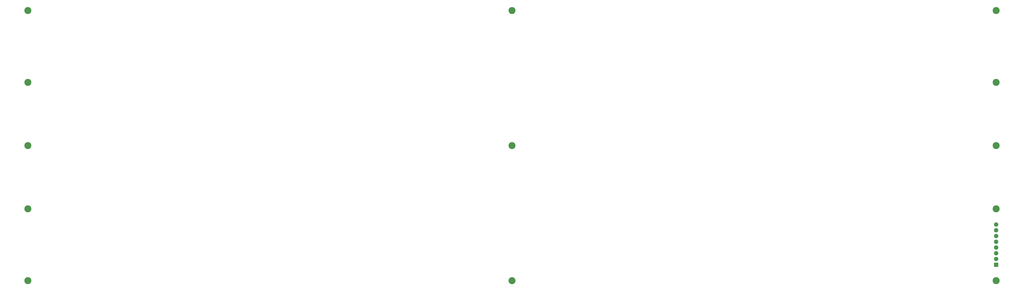
<source format=gbs>
G04 Layer: BottomSolderMaskLayer*
G04 EasyEDA v6.5.34, 2023-08-29 14:05:22*
G04 1a86289a42df4e27bbccf9d7e9f42b7b,5a6b42c53f6a479593ecc07194224c93,10*
G04 Gerber Generator version 0.2*
G04 Scale: 100 percent, Rotated: No, Reflected: No *
G04 Dimensions in millimeters *
G04 leading zeros omitted , absolute positions ,4 integer and 5 decimal *
%FSLAX45Y45*%
%MOMM*%

%AMMACRO1*1,1,$1,$2,$3*1,1,$1,$4,$5*1,1,$1,0-$2,0-$3*1,1,$1,0-$4,0-$5*20,1,$1,$2,$3,$4,$5,0*20,1,$1,$4,$5,0-$2,0-$3,0*20,1,$1,0-$2,0-$3,0-$4,0-$5,0*20,1,$1,0-$4,0-$5,$2,$3,0*4,1,4,$2,$3,$4,$5,0-$2,0-$3,0-$4,0-$5,$2,$3,0*%
%ADD10MACRO1,0.1016X0.9X-0.9X0.9X0.9*%
%ADD11C,1.9016*%
%ADD12C,3.1016*%

%LPD*%
D10*
G01*
X45466010Y1333494D03*
D11*
G01*
X45466000Y1587500D03*
G01*
X45466000Y1841500D03*
G01*
X45466000Y2095500D03*
G01*
X45466000Y2349500D03*
G01*
X45466000Y2603500D03*
G01*
X45466000Y2857500D03*
G01*
X45466000Y3111500D03*
D12*
G01*
X2794000Y635000D03*
G01*
X2794000Y12573000D03*
G01*
X2794000Y6604000D03*
G01*
X45466000Y635000D03*
G01*
X45466000Y6604000D03*
G01*
X45466000Y12573000D03*
G01*
X24130000Y635000D03*
G01*
X24130000Y6604000D03*
G01*
X24130000Y12573000D03*
G01*
X45466000Y3810000D03*
G01*
X45466000Y9398000D03*
G01*
X2794000Y3810000D03*
G01*
X2794000Y9398000D03*
M02*

</source>
